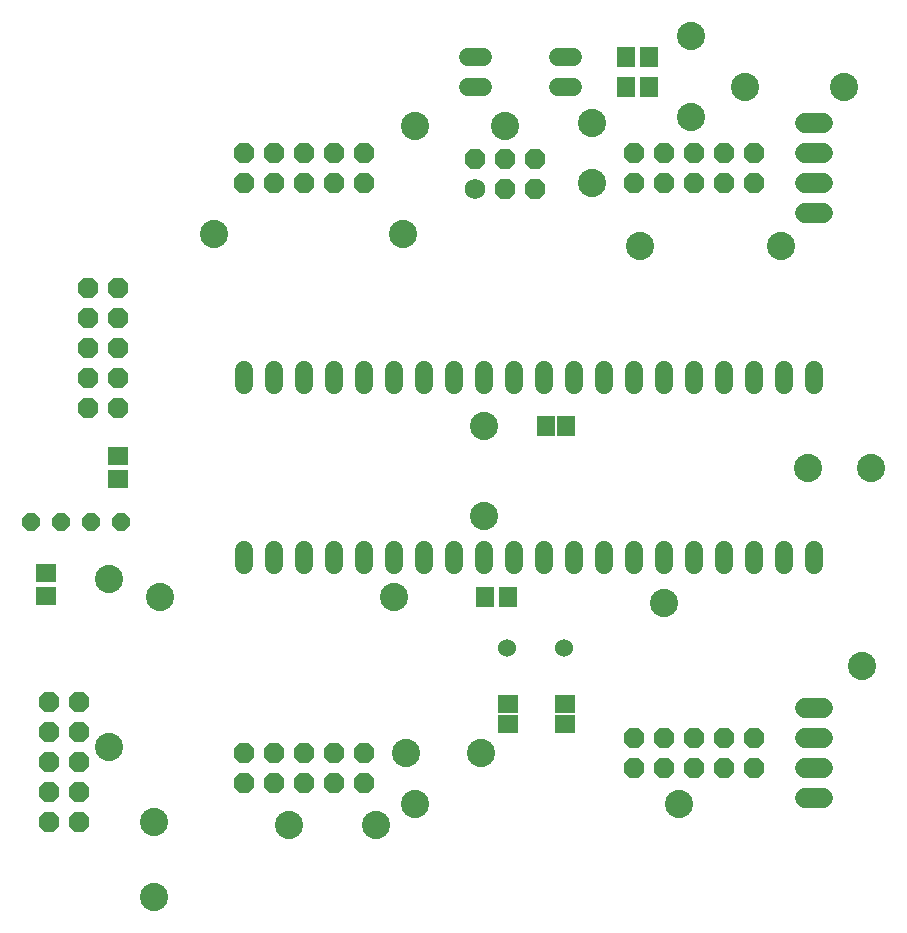
<source format=gbs>
G75*
G70*
%OFA0B0*%
%FSLAX24Y24*%
%IPPOS*%
%LPD*%
%AMOC8*
5,1,8,0,0,1.08239X$1,22.5*
%
%ADD10R,0.0592X0.0710*%
%ADD11C,0.0600*%
%ADD12C,0.0600*%
%ADD13C,0.0940*%
%ADD14R,0.0592X0.0671*%
%ADD15OC8,0.0600*%
%ADD16R,0.0671X0.0592*%
%ADD17OC8,0.0680*%
%ADD18R,0.0710X0.0592*%
%ADD19C,0.0680*%
%ADD20C,0.0680*%
D10*
X017317Y011150D03*
X018065Y011150D03*
X022017Y028150D03*
X022765Y028150D03*
X022765Y029150D03*
X022017Y029150D03*
D11*
X020251Y029150D02*
X019731Y029150D01*
X019731Y028150D02*
X020251Y028150D01*
X017251Y028150D02*
X016731Y028150D01*
X016731Y029150D02*
X017251Y029150D01*
X017291Y018710D02*
X017291Y018190D01*
X018291Y018190D02*
X018291Y018710D01*
X019291Y018710D02*
X019291Y018190D01*
X020291Y018190D02*
X020291Y018710D01*
X021291Y018710D02*
X021291Y018190D01*
X022291Y018190D02*
X022291Y018710D01*
X023291Y018710D02*
X023291Y018190D01*
X024291Y018190D02*
X024291Y018710D01*
X025291Y018710D02*
X025291Y018190D01*
X026291Y018190D02*
X026291Y018710D01*
X027291Y018710D02*
X027291Y018190D01*
X028291Y018190D02*
X028291Y018710D01*
X028291Y012710D02*
X028291Y012190D01*
X027291Y012190D02*
X027291Y012710D01*
X026291Y012710D02*
X026291Y012190D01*
X025291Y012190D02*
X025291Y012710D01*
X024291Y012710D02*
X024291Y012190D01*
X023291Y012190D02*
X023291Y012710D01*
X022291Y012710D02*
X022291Y012190D01*
X021291Y012190D02*
X021291Y012710D01*
X020291Y012710D02*
X020291Y012190D01*
X019291Y012190D02*
X019291Y012710D01*
X018291Y012710D02*
X018291Y012190D01*
X017291Y012190D02*
X017291Y012710D01*
X016291Y012710D02*
X016291Y012190D01*
X015291Y012190D02*
X015291Y012710D01*
X014291Y012710D02*
X014291Y012190D01*
X013291Y012190D02*
X013291Y012710D01*
X012291Y012710D02*
X012291Y012190D01*
X011291Y012190D02*
X011291Y012710D01*
X010291Y012710D02*
X010291Y012190D01*
X009291Y012190D02*
X009291Y012710D01*
X009291Y018190D02*
X009291Y018710D01*
X010291Y018710D02*
X010291Y018190D01*
X011291Y018190D02*
X011291Y018710D01*
X012291Y018710D02*
X012291Y018190D01*
X013291Y018190D02*
X013291Y018710D01*
X014291Y018710D02*
X014291Y018190D01*
X015291Y018190D02*
X015291Y018710D01*
X016291Y018710D02*
X016291Y018190D01*
D12*
X018041Y009450D03*
X019941Y009450D03*
D13*
X023291Y010950D03*
X028091Y015450D03*
X030191Y015450D03*
X029891Y008850D03*
X023791Y004250D03*
X017191Y005950D03*
X014991Y004250D03*
X013691Y003550D03*
X014691Y005950D03*
X010791Y003550D03*
X006291Y003650D03*
X006291Y001150D03*
X004791Y006150D03*
X006491Y011150D03*
X004791Y011750D03*
X014291Y011150D03*
X017291Y013850D03*
X017291Y016850D03*
X022491Y022850D03*
X020891Y024950D03*
X020891Y026950D03*
X017991Y026850D03*
X014991Y026850D03*
X014591Y023250D03*
X008291Y023250D03*
X024191Y027150D03*
X025991Y028150D03*
X024191Y029850D03*
X029291Y028150D03*
X027191Y022850D03*
D14*
X020025Y016850D03*
X019356Y016850D03*
D15*
X005191Y013650D03*
X004191Y013650D03*
X003191Y013650D03*
X002191Y013650D03*
D16*
X018091Y007584D03*
X018091Y006915D03*
X019991Y006915D03*
X019991Y007584D03*
D17*
X002791Y003650D03*
X003791Y003650D03*
X003791Y004650D03*
X003791Y005650D03*
X003791Y006650D03*
X003791Y007650D03*
X002791Y007650D03*
X002791Y006650D03*
X002791Y005650D03*
X002791Y004650D03*
X009291Y004950D03*
X010291Y004950D03*
X011291Y004950D03*
X012291Y004950D03*
X013291Y004950D03*
X013291Y005950D03*
X012291Y005950D03*
X011291Y005950D03*
X010291Y005950D03*
X009291Y005950D03*
X005091Y017450D03*
X005091Y018450D03*
X005091Y019450D03*
X005091Y020450D03*
X005091Y021450D03*
X004091Y021450D03*
X004091Y020450D03*
X004091Y019450D03*
X004091Y018450D03*
X004091Y017450D03*
X009291Y024950D03*
X010291Y024950D03*
X011291Y024950D03*
X012291Y024950D03*
X013291Y024950D03*
X013291Y025950D03*
X012291Y025950D03*
X011291Y025950D03*
X010291Y025950D03*
X009291Y025950D03*
X016991Y025750D03*
X017991Y025750D03*
X018991Y025750D03*
X018991Y024750D03*
X017991Y024750D03*
X022291Y024950D03*
X023291Y024950D03*
X024291Y024950D03*
X025291Y024950D03*
X026291Y024950D03*
X026291Y025950D03*
X025291Y025950D03*
X024291Y025950D03*
X023291Y025950D03*
X022291Y025950D03*
X022291Y006450D03*
X023291Y006450D03*
X024291Y006450D03*
X025291Y006450D03*
X026291Y006450D03*
X026291Y005450D03*
X025291Y005450D03*
X024291Y005450D03*
X023291Y005450D03*
X022291Y005450D03*
D18*
X005091Y015076D03*
X005091Y015824D03*
X002691Y011924D03*
X002691Y011176D03*
D19*
X027991Y007450D02*
X028591Y007450D01*
X028591Y006450D02*
X027991Y006450D01*
X027991Y005450D02*
X028591Y005450D01*
X028591Y004450D02*
X027991Y004450D01*
X027991Y023950D02*
X028591Y023950D01*
X028591Y024950D02*
X027991Y024950D01*
X027991Y025950D02*
X028591Y025950D01*
X028591Y026950D02*
X027991Y026950D01*
D20*
X016991Y024750D03*
M02*

</source>
